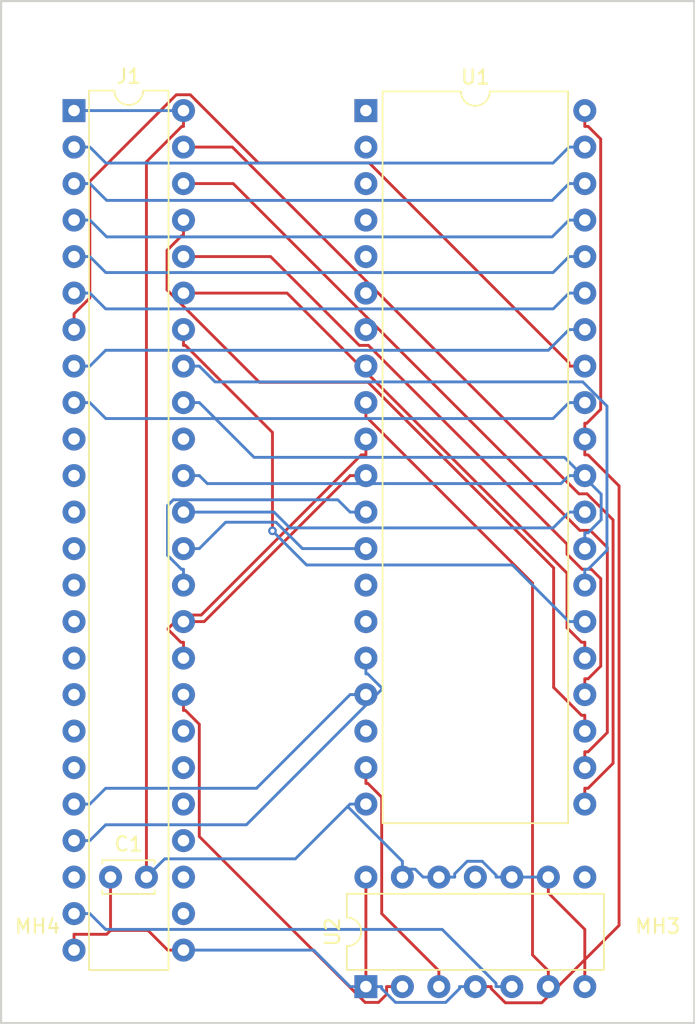
<source format=kicad_pcb>
(kicad_pcb (version 20171130) (host pcbnew 5.1.5+dfsg1-2build2)

  (general
    (thickness 1.6)
    (drawings 4)
    (tracks 256)
    (zones 0)
    (modules 8)
    (nets 62)
  )

  (page A4)
  (layers
    (0 F.Cu signal hide)
    (31 B.Cu signal)
    (32 B.Adhes user)
    (33 F.Adhes user)
    (34 B.Paste user)
    (35 F.Paste user)
    (36 B.SilkS user)
    (37 F.SilkS user)
    (38 B.Mask user)
    (39 F.Mask user)
    (40 Dwgs.User user)
    (41 Cmts.User user)
    (42 Eco1.User user)
    (43 Eco2.User user)
    (44 Edge.Cuts user)
    (45 Margin user)
    (46 B.CrtYd user)
    (47 F.CrtYd user)
    (48 B.Fab user)
    (49 F.Fab user)
  )

  (setup
    (last_trace_width 0.2)
    (user_trace_width 0.2)
    (user_trace_width 0.4)
    (user_trace_width 0.6)
    (user_trace_width 0.8)
    (user_trace_width 1)
    (user_trace_width 1.2)
    (user_trace_width 1.6)
    (user_trace_width 2)
    (trace_clearance 0.2)
    (zone_clearance 0.35)
    (zone_45_only no)
    (trace_min 0.1524)
    (via_size 0.6)
    (via_drill 0.3)
    (via_min_size 0.5)
    (via_min_drill 0.2)
    (user_via 0.9 0.5)
    (user_via 1.2 0.8)
    (user_via 1.4 0.9)
    (user_via 1.5 1)
    (uvia_size 0.3)
    (uvia_drill 0.1)
    (uvias_allowed no)
    (uvia_min_size 0.2)
    (uvia_min_drill 0.1)
    (edge_width 0.15)
    (segment_width 0.2)
    (pcb_text_width 0.3)
    (pcb_text_size 1.5 1.5)
    (mod_edge_width 0.15)
    (mod_text_size 1 1)
    (mod_text_width 0.15)
    (pad_size 3.2 3.2)
    (pad_drill 3.2)
    (pad_to_mask_clearance 0.051)
    (solder_mask_min_width 0.25)
    (aux_axis_origin 101 70)
    (grid_origin 101 70)
    (visible_elements FFFDFF7F)
    (pcbplotparams
      (layerselection 0x010fc_ffffffff)
      (usegerberextensions false)
      (usegerberattributes false)
      (usegerberadvancedattributes false)
      (creategerberjobfile false)
      (excludeedgelayer true)
      (linewidth 0.100000)
      (plotframeref false)
      (viasonmask false)
      (mode 1)
      (useauxorigin false)
      (hpglpennumber 1)
      (hpglpenspeed 20)
      (hpglpendiameter 15.000000)
      (psnegative false)
      (psa4output false)
      (plotreference true)
      (plotvalue true)
      (plotinvisibletext false)
      (padsonsilk false)
      (subtractmaskfromsilk false)
      (outputformat 1)
      (mirror false)
      (drillshape 1)
      (scaleselection 1)
      (outputdirectory ""))
  )

  (net 0 "")
  (net 1 VCC)
  (net 2 GND)
  (net 3 "Net-(J1-Pad30)")
  (net 4 /P26)
  (net 5 "Net-(J1-Pad27)")
  (net 6 /P27)
  (net 7 /P46)
  (net 8 "Net-(J1-Pad26)")
  (net 9 "Net-(J1-Pad19)")
  (net 10 /P25)
  (net 11 /P24)
  (net 12 /P23)
  (net 13 /P22)
  (net 14 /P21)
  (net 15 /P20)
  (net 16 "Net-(J1-Pad10)")
  (net 17 /P17)
  (net 18 /P16)
  (net 19 "Net-(J1-Pad39)")
  (net 20 /P15)
  (net 21 /P40)
  (net 22 /P14)
  (net 23 /P13)
  (net 24 /P42)
  (net 25 /P12)
  (net 26 /P11)
  (net 27 /P44)
  (net 28 /P10)
  (net 29 /P45)
  (net 30 "Net-(U2-Pad11)")
  (net 31 "Net-(U2-Pad8)")
  (net 32 "Net-(U1-Pad3)")
  (net 33 /P50)
  (net 34 /P43)
  (net 35 /P51)
  (net 36 "Net-(U1-Pad2)")
  (net 37 "Net-(U1-Pad1)")
  (net 38 /P41)
  (net 39 "Net-(U1-Pad19)")
  (net 40 "Net-(U1-Pad18)")
  (net 41 "Net-(U1-Pad15)")
  (net 42 "Net-(U1-Pad14)")
  (net 43 "Net-(U1-Pad9)")
  (net 44 "Net-(U1-Pad8)")
  (net 45 "Net-(U1-Pad7)")
  (net 46 "Net-(U1-Pad6)")
  (net 47 "Net-(U1-Pad5)")
  (net 48 "Net-(U1-Pad4)")
  (net 49 /P53)
  (net 50 "Net-(J1-Pad22)")
  (net 51 "Net-(J1-Pad31)")
  (net 52 "Net-(J1-Pad28)")
  (net 53 "Net-(J1-Pad29)")
  (net 54 "Net-(J1-Pad17)")
  (net 55 "Net-(J1-Pad18)")
  (net 56 "Net-(J1-Pad16)")
  (net 57 "Net-(J1-Pad15)")
  (net 58 "Net-(J1-Pad14)")
  (net 59 "Net-(J1-Pad13)")
  (net 60 "Net-(J1-Pad12)")
  (net 61 "Net-(J1-Pad11)")

  (net_class Default "This is the default net class."
    (clearance 0.2)
    (trace_width 0.2)
    (via_dia 0.6)
    (via_drill 0.3)
    (uvia_dia 0.3)
    (uvia_drill 0.1)
    (diff_pair_width 0.2)
    (diff_pair_gap 0.2)
    (add_net /P10)
    (add_net /P11)
    (add_net /P12)
    (add_net /P13)
    (add_net /P14)
    (add_net /P15)
    (add_net /P16)
    (add_net /P17)
    (add_net /P20)
    (add_net /P21)
    (add_net /P22)
    (add_net /P23)
    (add_net /P24)
    (add_net /P25)
    (add_net /P26)
    (add_net /P27)
    (add_net /P40)
    (add_net /P41)
    (add_net /P42)
    (add_net /P43)
    (add_net /P44)
    (add_net /P45)
    (add_net /P46)
    (add_net /P50)
    (add_net /P51)
    (add_net /P53)
    (add_net GND)
    (add_net "Net-(J1-Pad10)")
    (add_net "Net-(J1-Pad11)")
    (add_net "Net-(J1-Pad12)")
    (add_net "Net-(J1-Pad13)")
    (add_net "Net-(J1-Pad14)")
    (add_net "Net-(J1-Pad15)")
    (add_net "Net-(J1-Pad16)")
    (add_net "Net-(J1-Pad17)")
    (add_net "Net-(J1-Pad18)")
    (add_net "Net-(J1-Pad19)")
    (add_net "Net-(J1-Pad22)")
    (add_net "Net-(J1-Pad26)")
    (add_net "Net-(J1-Pad27)")
    (add_net "Net-(J1-Pad28)")
    (add_net "Net-(J1-Pad29)")
    (add_net "Net-(J1-Pad30)")
    (add_net "Net-(J1-Pad31)")
    (add_net "Net-(J1-Pad39)")
    (add_net "Net-(U1-Pad1)")
    (add_net "Net-(U1-Pad14)")
    (add_net "Net-(U1-Pad15)")
    (add_net "Net-(U1-Pad18)")
    (add_net "Net-(U1-Pad19)")
    (add_net "Net-(U1-Pad2)")
    (add_net "Net-(U1-Pad3)")
    (add_net "Net-(U1-Pad4)")
    (add_net "Net-(U1-Pad5)")
    (add_net "Net-(U1-Pad6)")
    (add_net "Net-(U1-Pad7)")
    (add_net "Net-(U1-Pad8)")
    (add_net "Net-(U1-Pad9)")
    (add_net "Net-(U2-Pad11)")
    (add_net "Net-(U2-Pad8)")
    (add_net VCC)
  )

  (module Package_DIP:DIP-14_W7.62mm (layer F.Cu) (tedit 5A02E8C5) (tstamp 61E6DEF4)
    (at 123.86 136.04 90)
    (descr "14-lead though-hole mounted DIP package, row spacing 7.62 mm (300 mils)")
    (tags "THT DIP DIL PDIP 2.54mm 7.62mm 300mil")
    (path /618CEFAB)
    (fp_text reference U2 (at 3.81 -2.33 90) (layer F.SilkS)
      (effects (font (size 1 1) (thickness 0.15)))
    )
    (fp_text value 74HCT126 (at 3.81 17.57 90) (layer F.Fab)
      (effects (font (size 1 1) (thickness 0.15)))
    )
    (fp_text user %R (at 3.81 7.62 90) (layer F.Fab)
      (effects (font (size 1 1) (thickness 0.15)))
    )
    (fp_line (start 8.7 -1.55) (end -1.1 -1.55) (layer F.CrtYd) (width 0.05))
    (fp_line (start 8.7 16.8) (end 8.7 -1.55) (layer F.CrtYd) (width 0.05))
    (fp_line (start -1.1 16.8) (end 8.7 16.8) (layer F.CrtYd) (width 0.05))
    (fp_line (start -1.1 -1.55) (end -1.1 16.8) (layer F.CrtYd) (width 0.05))
    (fp_line (start 6.46 -1.33) (end 4.81 -1.33) (layer F.SilkS) (width 0.12))
    (fp_line (start 6.46 16.57) (end 6.46 -1.33) (layer F.SilkS) (width 0.12))
    (fp_line (start 1.16 16.57) (end 6.46 16.57) (layer F.SilkS) (width 0.12))
    (fp_line (start 1.16 -1.33) (end 1.16 16.57) (layer F.SilkS) (width 0.12))
    (fp_line (start 2.81 -1.33) (end 1.16 -1.33) (layer F.SilkS) (width 0.12))
    (fp_line (start 0.635 -0.27) (end 1.635 -1.27) (layer F.Fab) (width 0.1))
    (fp_line (start 0.635 16.51) (end 0.635 -0.27) (layer F.Fab) (width 0.1))
    (fp_line (start 6.985 16.51) (end 0.635 16.51) (layer F.Fab) (width 0.1))
    (fp_line (start 6.985 -1.27) (end 6.985 16.51) (layer F.Fab) (width 0.1))
    (fp_line (start 1.635 -1.27) (end 6.985 -1.27) (layer F.Fab) (width 0.1))
    (fp_arc (start 3.81 -1.33) (end 2.81 -1.33) (angle -180) (layer F.SilkS) (width 0.12))
    (pad 14 thru_hole oval (at 7.62 0 90) (size 1.6 1.6) (drill 0.8) (layers *.Cu *.Mask)
      (net 1 VCC))
    (pad 7 thru_hole oval (at 0 15.24 90) (size 1.6 1.6) (drill 0.8) (layers *.Cu *.Mask)
      (net 2 GND))
    (pad 13 thru_hole oval (at 7.62 2.54 90) (size 1.6 1.6) (drill 0.8) (layers *.Cu *.Mask)
      (net 2 GND))
    (pad 6 thru_hole oval (at 0 12.7 90) (size 1.6 1.6) (drill 0.8) (layers *.Cu *.Mask)
      (net 43 "Net-(U1-Pad9)"))
    (pad 12 thru_hole oval (at 7.62 5.08 90) (size 1.6 1.6) (drill 0.8) (layers *.Cu *.Mask)
      (net 2 GND))
    (pad 5 thru_hole oval (at 0 10.16 90) (size 1.6 1.6) (drill 0.8) (layers *.Cu *.Mask)
      (net 49 /P53))
    (pad 11 thru_hole oval (at 7.62 7.62 90) (size 1.6 1.6) (drill 0.8) (layers *.Cu *.Mask)
      (net 30 "Net-(U2-Pad11)"))
    (pad 4 thru_hole oval (at 0 7.62 90) (size 1.6 1.6) (drill 0.8) (layers *.Cu *.Mask)
      (net 1 VCC))
    (pad 10 thru_hole oval (at 7.62 10.16 90) (size 1.6 1.6) (drill 0.8) (layers *.Cu *.Mask)
      (net 2 GND))
    (pad 3 thru_hole oval (at 0 5.08 90) (size 1.6 1.6) (drill 0.8) (layers *.Cu *.Mask)
      (net 39 "Net-(U1-Pad19)"))
    (pad 9 thru_hole oval (at 7.62 12.7 90) (size 1.6 1.6) (drill 0.8) (layers *.Cu *.Mask)
      (net 2 GND))
    (pad 2 thru_hole oval (at 0 2.54 90) (size 1.6 1.6) (drill 0.8) (layers *.Cu *.Mask)
      (net 7 /P46))
    (pad 8 thru_hole oval (at 7.62 15.24 90) (size 1.6 1.6) (drill 0.8) (layers *.Cu *.Mask)
      (net 31 "Net-(U2-Pad8)"))
    (pad 1 thru_hole rect (at 0 0 90) (size 1.6 1.6) (drill 0.8) (layers *.Cu *.Mask)
      (net 1 VCC))
    (model ${KISYS3DMOD}/Package_DIP.3dshapes/DIP-14_W7.62mm.wrl
      (at (xyz 0 0 0))
      (scale (xyz 1 1 1))
      (rotate (xyz 0 0 0))
    )
  )

  (module Package_DIP:DIP-40_W15.24mm (layer F.Cu) (tedit 5A02E8C5) (tstamp 61E6DED2)
    (at 123.86 75.08)
    (descr "40-lead though-hole mounted DIP package, row spacing 15.24 mm (600 mils)")
    (tags "THT DIP DIL PDIP 2.54mm 15.24mm 600mil")
    (path /626C8315)
    (fp_text reference U1 (at 7.62 -2.33) (layer F.SilkS)
      (effects (font (size 1 1) (thickness 0.15)))
    )
    (fp_text value P80C32 (at 7.62 50.59) (layer F.Fab)
      (effects (font (size 1 1) (thickness 0.15)))
    )
    (fp_text user %R (at 7.62 24.13) (layer F.Fab)
      (effects (font (size 1 1) (thickness 0.15)))
    )
    (fp_line (start 16.3 -1.55) (end -1.05 -1.55) (layer F.CrtYd) (width 0.05))
    (fp_line (start 16.3 49.8) (end 16.3 -1.55) (layer F.CrtYd) (width 0.05))
    (fp_line (start -1.05 49.8) (end 16.3 49.8) (layer F.CrtYd) (width 0.05))
    (fp_line (start -1.05 -1.55) (end -1.05 49.8) (layer F.CrtYd) (width 0.05))
    (fp_line (start 14.08 -1.33) (end 8.62 -1.33) (layer F.SilkS) (width 0.12))
    (fp_line (start 14.08 49.59) (end 14.08 -1.33) (layer F.SilkS) (width 0.12))
    (fp_line (start 1.16 49.59) (end 14.08 49.59) (layer F.SilkS) (width 0.12))
    (fp_line (start 1.16 -1.33) (end 1.16 49.59) (layer F.SilkS) (width 0.12))
    (fp_line (start 6.62 -1.33) (end 1.16 -1.33) (layer F.SilkS) (width 0.12))
    (fp_line (start 0.255 -0.27) (end 1.255 -1.27) (layer F.Fab) (width 0.1))
    (fp_line (start 0.255 49.53) (end 0.255 -0.27) (layer F.Fab) (width 0.1))
    (fp_line (start 14.985 49.53) (end 0.255 49.53) (layer F.Fab) (width 0.1))
    (fp_line (start 14.985 -1.27) (end 14.985 49.53) (layer F.Fab) (width 0.1))
    (fp_line (start 1.255 -1.27) (end 14.985 -1.27) (layer F.Fab) (width 0.1))
    (fp_arc (start 7.62 -1.33) (end 6.62 -1.33) (angle -180) (layer F.SilkS) (width 0.12))
    (pad 40 thru_hole oval (at 15.24 0) (size 1.6 1.6) (drill 0.8) (layers *.Cu *.Mask)
      (net 1 VCC))
    (pad 20 thru_hole oval (at 0 48.26) (size 1.6 1.6) (drill 0.8) (layers *.Cu *.Mask)
      (net 2 GND))
    (pad 39 thru_hole oval (at 15.24 2.54) (size 1.6 1.6) (drill 0.8) (layers *.Cu *.Mask)
      (net 28 /P10))
    (pad 19 thru_hole oval (at 0 45.72) (size 1.6 1.6) (drill 0.8) (layers *.Cu *.Mask)
      (net 39 "Net-(U1-Pad19)"))
    (pad 38 thru_hole oval (at 15.24 5.08) (size 1.6 1.6) (drill 0.8) (layers *.Cu *.Mask)
      (net 26 /P11))
    (pad 18 thru_hole oval (at 0 43.18) (size 1.6 1.6) (drill 0.8) (layers *.Cu *.Mask)
      (net 40 "Net-(U1-Pad18)"))
    (pad 37 thru_hole oval (at 15.24 7.62) (size 1.6 1.6) (drill 0.8) (layers *.Cu *.Mask)
      (net 25 /P12))
    (pad 17 thru_hole oval (at 0 40.64) (size 1.6 1.6) (drill 0.8) (layers *.Cu *.Mask)
      (net 33 /P50))
    (pad 36 thru_hole oval (at 15.24 10.16) (size 1.6 1.6) (drill 0.8) (layers *.Cu *.Mask)
      (net 23 /P13))
    (pad 16 thru_hole oval (at 0 38.1) (size 1.6 1.6) (drill 0.8) (layers *.Cu *.Mask)
      (net 35 /P51))
    (pad 35 thru_hole oval (at 15.24 12.7) (size 1.6 1.6) (drill 0.8) (layers *.Cu *.Mask)
      (net 22 /P14))
    (pad 15 thru_hole oval (at 0 35.56) (size 1.6 1.6) (drill 0.8) (layers *.Cu *.Mask)
      (net 41 "Net-(U1-Pad15)"))
    (pad 34 thru_hole oval (at 15.24 15.24) (size 1.6 1.6) (drill 0.8) (layers *.Cu *.Mask)
      (net 18 /P16))
    (pad 14 thru_hole oval (at 0 33.02) (size 1.6 1.6) (drill 0.8) (layers *.Cu *.Mask)
      (net 42 "Net-(U1-Pad14)"))
    (pad 33 thru_hole oval (at 15.24 17.78) (size 1.6 1.6) (drill 0.8) (layers *.Cu *.Mask)
      (net 20 /P15))
    (pad 13 thru_hole oval (at 0 30.48) (size 1.6 1.6) (drill 0.8) (layers *.Cu *.Mask)
      (net 24 /P42))
    (pad 32 thru_hole oval (at 15.24 20.32) (size 1.6 1.6) (drill 0.8) (layers *.Cu *.Mask)
      (net 17 /P17))
    (pad 12 thru_hole oval (at 0 27.94) (size 1.6 1.6) (drill 0.8) (layers *.Cu *.Mask)
      (net 34 /P43))
    (pad 31 thru_hole oval (at 15.24 22.86) (size 1.6 1.6) (drill 0.8) (layers *.Cu *.Mask)
      (net 1 VCC))
    (pad 11 thru_hole oval (at 0 25.4) (size 1.6 1.6) (drill 0.8) (layers *.Cu *.Mask)
      (net 27 /P44))
    (pad 30 thru_hole oval (at 15.24 25.4) (size 1.6 1.6) (drill 0.8) (layers *.Cu *.Mask)
      (net 21 /P40))
    (pad 10 thru_hole oval (at 0 22.86) (size 1.6 1.6) (drill 0.8) (layers *.Cu *.Mask)
      (net 29 /P45))
    (pad 29 thru_hole oval (at 15.24 27.94) (size 1.6 1.6) (drill 0.8) (layers *.Cu *.Mask)
      (net 38 /P41))
    (pad 9 thru_hole oval (at 0 20.32) (size 1.6 1.6) (drill 0.8) (layers *.Cu *.Mask)
      (net 43 "Net-(U1-Pad9)"))
    (pad 28 thru_hole oval (at 15.24 30.48) (size 1.6 1.6) (drill 0.8) (layers *.Cu *.Mask)
      (net 6 /P27))
    (pad 8 thru_hole oval (at 0 17.78) (size 1.6 1.6) (drill 0.8) (layers *.Cu *.Mask)
      (net 44 "Net-(U1-Pad8)"))
    (pad 27 thru_hole oval (at 15.24 33.02) (size 1.6 1.6) (drill 0.8) (layers *.Cu *.Mask)
      (net 4 /P26))
    (pad 7 thru_hole oval (at 0 15.24) (size 1.6 1.6) (drill 0.8) (layers *.Cu *.Mask)
      (net 45 "Net-(U1-Pad7)"))
    (pad 26 thru_hole oval (at 15.24 35.56) (size 1.6 1.6) (drill 0.8) (layers *.Cu *.Mask)
      (net 10 /P25))
    (pad 6 thru_hole oval (at 0 12.7) (size 1.6 1.6) (drill 0.8) (layers *.Cu *.Mask)
      (net 46 "Net-(U1-Pad6)"))
    (pad 25 thru_hole oval (at 15.24 38.1) (size 1.6 1.6) (drill 0.8) (layers *.Cu *.Mask)
      (net 11 /P24))
    (pad 5 thru_hole oval (at 0 10.16) (size 1.6 1.6) (drill 0.8) (layers *.Cu *.Mask)
      (net 47 "Net-(U1-Pad5)"))
    (pad 24 thru_hole oval (at 15.24 40.64) (size 1.6 1.6) (drill 0.8) (layers *.Cu *.Mask)
      (net 12 /P23))
    (pad 4 thru_hole oval (at 0 7.62) (size 1.6 1.6) (drill 0.8) (layers *.Cu *.Mask)
      (net 48 "Net-(U1-Pad4)"))
    (pad 23 thru_hole oval (at 15.24 43.18) (size 1.6 1.6) (drill 0.8) (layers *.Cu *.Mask)
      (net 13 /P22))
    (pad 3 thru_hole oval (at 0 5.08) (size 1.6 1.6) (drill 0.8) (layers *.Cu *.Mask)
      (net 32 "Net-(U1-Pad3)"))
    (pad 22 thru_hole oval (at 15.24 45.72) (size 1.6 1.6) (drill 0.8) (layers *.Cu *.Mask)
      (net 14 /P21))
    (pad 2 thru_hole oval (at 0 2.54) (size 1.6 1.6) (drill 0.8) (layers *.Cu *.Mask)
      (net 36 "Net-(U1-Pad2)"))
    (pad 21 thru_hole oval (at 15.24 48.26) (size 1.6 1.6) (drill 0.8) (layers *.Cu *.Mask)
      (net 15 /P20))
    (pad 1 thru_hole rect (at 0 0) (size 1.6 1.6) (drill 0.8) (layers *.Cu *.Mask)
      (net 37 "Net-(U1-Pad1)"))
    (model ${KISYS3DMOD}/Package_DIP.3dshapes/DIP-40_W15.24mm.wrl
      (at (xyz 0 0 0))
      (scale (xyz 1 1 1))
      (rotate (xyz 0 0 0))
    )
  )

  (module 0-LocalLibrary:DIP-48_W7.62mm (layer F.Cu) (tedit 6198C9C5) (tstamp 61E6DE96)
    (at 103.54 75.08)
    (descr "48-lead dip package, row spacing 7.62 mm (300 mils)")
    (tags "DIL DIP PDIP 2.54mm 7.62mm 300mill")
    (path /626C97CB)
    (fp_text reference J1 (at 3.81 -2.39) (layer F.SilkS)
      (effects (font (size 1 1) (thickness 0.15)))
    )
    (fp_text value BionicConnector (at 5.08 60.96) (layer F.Fab)
      (effects (font (size 1 1) (thickness 0.15)))
    )
    (fp_line (start 8.68 60.02) (end 8.68 18.72) (layer F.CrtYd) (width 0.05))
    (fp_line (start 7.365 59.69) (end 0.255 59.69) (layer F.Fab) (width 0.1))
    (fp_line (start 0.255 59.69) (end 0.255 20.05) (layer F.Fab) (width 0.1))
    (fp_line (start -1.1 60.02) (end 8.68 60.02) (layer F.CrtYd) (width 0.05))
    (fp_line (start -1.1 18.72) (end -1.1 60.02) (layer F.CrtYd) (width 0.05))
    (fp_line (start 6.58 59.81) (end 6.58 18.93) (layer F.SilkS) (width 0.12))
    (fp_line (start 1.04 59.81) (end 6.58 59.81) (layer F.SilkS) (width 0.12))
    (fp_line (start 1.04 18.93) (end 1.04 59.81) (layer F.SilkS) (width 0.12))
    (fp_line (start 7.365 19.05) (end 7.365 59.69) (layer F.Fab) (width 0.1))
    (fp_arc (start 3.81 -1.39) (end 2.81 -1.39) (angle -180) (layer F.SilkS) (width 0.12))
    (fp_line (start 8.68 -1.6) (end -1.1 -1.6) (layer F.CrtYd) (width 0.05))
    (fp_line (start 8.68 39.7) (end 8.68 -1.6) (layer F.CrtYd) (width 0.05))
    (fp_line (start -1.1 -1.6) (end -1.1 39.7) (layer F.CrtYd) (width 0.05))
    (fp_line (start 6.58 -1.39) (end 4.81 -1.39) (layer F.SilkS) (width 0.12))
    (fp_line (start 6.58 39.49) (end 6.58 -1.39) (layer F.SilkS) (width 0.12))
    (fp_line (start 1.04 -1.39) (end 1.04 39.49) (layer F.SilkS) (width 0.12))
    (fp_line (start 2.81 -1.39) (end 1.04 -1.39) (layer F.SilkS) (width 0.12))
    (fp_line (start 0.255 -0.27) (end 1.255 -1.27) (layer F.Fab) (width 0.1))
    (fp_line (start 0.255 39.37) (end 0.255 -0.27) (layer F.Fab) (width 0.1))
    (fp_line (start 7.365 -1.27) (end 7.365 39.37) (layer F.Fab) (width 0.1))
    (fp_line (start 1.255 -1.27) (end 7.365 -1.27) (layer F.Fab) (width 0.1))
    (fp_text user %R (at 3.81 19.05) (layer F.Fab)
      (effects (font (size 1 1) (thickness 0.15)))
    )
    (pad 20 thru_hole oval (at 0 48.26) (size 1.6 1.6) (drill 0.8) (layers *.Cu *.Mask)
      (net 33 /P50))
    (pad 24 thru_hole oval (at 0 58.42) (size 1.6 1.6) (drill 0.8) (layers *.Cu *.Mask)
      (net 1 VCC))
    (pad 25 thru_hole oval (at 7.62 58.42) (size 1.6 1.6) (drill 0.8) (layers *.Cu *.Mask)
      (net 1 VCC))
    (pad 23 thru_hole oval (at 0 55.88) (size 1.6 1.6) (drill 0.8) (layers *.Cu *.Mask)
      (net 49 /P53))
    (pad 30 thru_hole oval (at 7.62 45.72) (size 1.6 1.6) (drill 0.8) (layers *.Cu *.Mask)
      (net 3 "Net-(J1-Pad30)"))
    (pad 21 thru_hole oval (at 0 50.8) (size 1.6 1.6) (drill 0.8) (layers *.Cu *.Mask)
      (net 35 /P51))
    (pad 17 thru_hole oval (at 0 40.64) (size 1.6 1.6) (drill 0.8) (layers *.Cu *.Mask)
      (net 54 "Net-(J1-Pad17)"))
    (pad 22 thru_hole oval (at 0 53.34) (size 1.6 1.6) (drill 0.8) (layers *.Cu *.Mask)
      (net 50 "Net-(J1-Pad22)"))
    (pad 27 thru_hole oval (at 7.62 53.34) (size 1.6 1.6) (drill 0.8) (layers *.Cu *.Mask)
      (net 5 "Net-(J1-Pad27)"))
    (pad 18 thru_hole oval (at 0 43.18) (size 1.6 1.6) (drill 0.8) (layers *.Cu *.Mask)
      (net 55 "Net-(J1-Pad18)"))
    (pad 31 thru_hole oval (at 7.62 43.18) (size 1.6 1.6) (drill 0.8) (layers *.Cu *.Mask)
      (net 51 "Net-(J1-Pad31)"))
    (pad 28 thru_hole oval (at 7.62 50.8) (size 1.6 1.6) (drill 0.8) (layers *.Cu *.Mask)
      (net 52 "Net-(J1-Pad28)"))
    (pad 29 thru_hole oval (at 7.62 48.26) (size 1.6 1.6) (drill 0.8) (layers *.Cu *.Mask)
      (net 53 "Net-(J1-Pad29)"))
    (pad 32 thru_hole oval (at 7.62 40.64) (size 1.6 1.6) (drill 0.8) (layers *.Cu *.Mask)
      (net 7 /P46))
    (pad 26 thru_hole oval (at 7.62 55.88) (size 1.6 1.6) (drill 0.8) (layers *.Cu *.Mask)
      (net 8 "Net-(J1-Pad26)"))
    (pad 19 thru_hole oval (at 0 45.72) (size 1.6 1.6) (drill 0.8) (layers *.Cu *.Mask)
      (net 9 "Net-(J1-Pad19)"))
    (pad 48 thru_hole oval (at 7.62 0) (size 1.6 1.6) (drill 0.8) (layers *.Cu *.Mask)
      (net 2 GND))
    (pad 16 thru_hole oval (at 0 38.1) (size 1.6 1.6) (drill 0.8) (layers *.Cu *.Mask)
      (net 56 "Net-(J1-Pad16)"))
    (pad 47 thru_hole oval (at 7.62 2.54) (size 1.6 1.6) (drill 0.8) (layers *.Cu *.Mask)
      (net 15 /P20))
    (pad 15 thru_hole oval (at 0 35.56) (size 1.6 1.6) (drill 0.8) (layers *.Cu *.Mask)
      (net 57 "Net-(J1-Pad15)"))
    (pad 46 thru_hole oval (at 7.62 5.08) (size 1.6 1.6) (drill 0.8) (layers *.Cu *.Mask)
      (net 14 /P21))
    (pad 14 thru_hole oval (at 0 33.02) (size 1.6 1.6) (drill 0.8) (layers *.Cu *.Mask)
      (net 58 "Net-(J1-Pad14)"))
    (pad 45 thru_hole oval (at 7.62 7.62) (size 1.6 1.6) (drill 0.8) (layers *.Cu *.Mask)
      (net 13 /P22))
    (pad 13 thru_hole oval (at 0 30.48) (size 1.6 1.6) (drill 0.8) (layers *.Cu *.Mask)
      (net 59 "Net-(J1-Pad13)"))
    (pad 44 thru_hole oval (at 7.62 10.16) (size 1.6 1.6) (drill 0.8) (layers *.Cu *.Mask)
      (net 12 /P23))
    (pad 12 thru_hole oval (at 0 27.94) (size 1.6 1.6) (drill 0.8) (layers *.Cu *.Mask)
      (net 60 "Net-(J1-Pad12)"))
    (pad 43 thru_hole oval (at 7.62 12.7) (size 1.6 1.6) (drill 0.8) (layers *.Cu *.Mask)
      (net 11 /P24))
    (pad 11 thru_hole oval (at 0 25.4) (size 1.6 1.6) (drill 0.8) (layers *.Cu *.Mask)
      (net 61 "Net-(J1-Pad11)"))
    (pad 42 thru_hole oval (at 7.62 15.24) (size 1.6 1.6) (drill 0.8) (layers *.Cu *.Mask)
      (net 10 /P25))
    (pad 10 thru_hole oval (at 0 22.86) (size 1.6 1.6) (drill 0.8) (layers *.Cu *.Mask)
      (net 16 "Net-(J1-Pad10)"))
    (pad 41 thru_hole oval (at 7.62 17.78) (size 1.6 1.6) (drill 0.8) (layers *.Cu *.Mask)
      (net 4 /P26))
    (pad 9 thru_hole oval (at 0 20.32) (size 1.6 1.6) (drill 0.8) (layers *.Cu *.Mask)
      (net 17 /P17))
    (pad 40 thru_hole oval (at 7.62 20.32) (size 1.6 1.6) (drill 0.8) (layers *.Cu *.Mask)
      (net 6 /P27))
    (pad 8 thru_hole oval (at 0 17.78) (size 1.6 1.6) (drill 0.8) (layers *.Cu *.Mask)
      (net 18 /P16))
    (pad 39 thru_hole oval (at 7.62 22.86) (size 1.6 1.6) (drill 0.8) (layers *.Cu *.Mask)
      (net 19 "Net-(J1-Pad39)"))
    (pad 7 thru_hole oval (at 0 15.24) (size 1.6 1.6) (drill 0.8) (layers *.Cu *.Mask)
      (net 20 /P15))
    (pad 38 thru_hole oval (at 7.62 25.4) (size 1.6 1.6) (drill 0.8) (layers *.Cu *.Mask)
      (net 21 /P40))
    (pad 6 thru_hole oval (at 0 12.7) (size 1.6 1.6) (drill 0.8) (layers *.Cu *.Mask)
      (net 22 /P14))
    (pad 37 thru_hole oval (at 7.62 27.94) (size 1.6 1.6) (drill 0.8) (layers *.Cu *.Mask)
      (net 38 /P41))
    (pad 5 thru_hole oval (at 0 10.16) (size 1.6 1.6) (drill 0.8) (layers *.Cu *.Mask)
      (net 23 /P13))
    (pad 36 thru_hole oval (at 7.62 30.48) (size 1.6 1.6) (drill 0.8) (layers *.Cu *.Mask)
      (net 24 /P42))
    (pad 4 thru_hole oval (at 0 7.62) (size 1.6 1.6) (drill 0.8) (layers *.Cu *.Mask)
      (net 25 /P12))
    (pad 35 thru_hole oval (at 7.62 33.02) (size 1.6 1.6) (drill 0.8) (layers *.Cu *.Mask)
      (net 34 /P43))
    (pad 3 thru_hole oval (at 0 5.08) (size 1.6 1.6) (drill 0.8) (layers *.Cu *.Mask)
      (net 26 /P11))
    (pad 34 thru_hole oval (at 7.62 35.56) (size 1.6 1.6) (drill 0.8) (layers *.Cu *.Mask)
      (net 27 /P44))
    (pad 2 thru_hole oval (at 0 2.54) (size 1.6 1.6) (drill 0.8) (layers *.Cu *.Mask)
      (net 28 /P10))
    (pad 33 thru_hole oval (at 7.62 38.1) (size 1.6 1.6) (drill 0.8) (layers *.Cu *.Mask)
      (net 29 /P45))
    (pad 1 thru_hole rect (at 0 0) (size 1.6 1.6) (drill 0.8) (layers *.Cu *.Mask)
      (net 2 GND))
    (model ${KISYS3DMOD}/Package_DIP.3dshapes/DIP-32_W7.62mm.wrl
      (at (xyz 0 0 0))
      (scale (xyz 1 1 1))
      (rotate (xyz 0 0 0))
    )
  )

  (module Capacitor_THT:C_Disc_D3.4mm_W2.1mm_P2.50mm (layer F.Cu) (tedit 5AE50EF0) (tstamp 61E6E235)
    (at 106.08 128.42)
    (descr "C, Disc series, Radial, pin pitch=2.50mm, , diameter*width=3.4*2.1mm^2, Capacitor, http://www.vishay.com/docs/45233/krseries.pdf")
    (tags "C Disc series Radial pin pitch 2.50mm  diameter 3.4mm width 2.1mm Capacitor")
    (path /5D0E12B4)
    (fp_text reference C1 (at 1.25 -2.3) (layer F.SilkS)
      (effects (font (size 1 1) (thickness 0.15)))
    )
    (fp_text value 0.1u (at 1.25 2.3) (layer F.Fab)
      (effects (font (size 1 1) (thickness 0.15)))
    )
    (fp_text user %R (at 1.25 0) (layer F.Fab)
      (effects (font (size 0.68 0.68) (thickness 0.102)))
    )
    (fp_line (start 3.55 -1.3) (end -1.05 -1.3) (layer F.CrtYd) (width 0.05))
    (fp_line (start 3.55 1.3) (end 3.55 -1.3) (layer F.CrtYd) (width 0.05))
    (fp_line (start -1.05 1.3) (end 3.55 1.3) (layer F.CrtYd) (width 0.05))
    (fp_line (start -1.05 -1.3) (end -1.05 1.3) (layer F.CrtYd) (width 0.05))
    (fp_line (start 3.07 0.925) (end 3.07 1.17) (layer F.SilkS) (width 0.12))
    (fp_line (start 3.07 -1.17) (end 3.07 -0.925) (layer F.SilkS) (width 0.12))
    (fp_line (start -0.57 0.925) (end -0.57 1.17) (layer F.SilkS) (width 0.12))
    (fp_line (start -0.57 -1.17) (end -0.57 -0.925) (layer F.SilkS) (width 0.12))
    (fp_line (start -0.57 1.17) (end 3.07 1.17) (layer F.SilkS) (width 0.12))
    (fp_line (start -0.57 -1.17) (end 3.07 -1.17) (layer F.SilkS) (width 0.12))
    (fp_line (start 2.95 -1.05) (end -0.45 -1.05) (layer F.Fab) (width 0.1))
    (fp_line (start 2.95 1.05) (end 2.95 -1.05) (layer F.Fab) (width 0.1))
    (fp_line (start -0.45 1.05) (end 2.95 1.05) (layer F.Fab) (width 0.1))
    (fp_line (start -0.45 -1.05) (end -0.45 1.05) (layer F.Fab) (width 0.1))
    (pad 2 thru_hole circle (at 2.5 0) (size 1.6 1.6) (drill 0.8) (layers *.Cu *.Mask)
      (net 2 GND))
    (pad 1 thru_hole circle (at 0 0) (size 1.6 1.6) (drill 0.8) (layers *.Cu *.Mask)
      (net 1 VCC))
    (model ${KISYS3DMOD}/Capacitor_THT.3dshapes/C_Disc_D3.4mm_W2.1mm_P2.50mm.wrl
      (at (xyz 0 0 0))
      (scale (xyz 1 1 1))
      (rotate (xyz 0 0 0))
    )
  )

  (module MountingHole:MountingHole_3.2mm_M3 (layer F.Cu) (tedit 56D1B4CB) (tstamp 618AA90D)
    (at 101 136.04)
    (descr "Mounting Hole 3.2mm, no annular, M3")
    (tags "mounting hole 3.2mm no annular m3")
    (attr virtual)
    (fp_text reference MH4 (at 0 -4.2) (layer F.SilkS)
      (effects (font (size 1 1) (thickness 0.15)))
    )
    (fp_text value MountingHole_3.2mm_M3 (at 0 4.2) (layer F.Fab)
      (effects (font (size 1 1) (thickness 0.15)))
    )
    (fp_circle (center 0 0) (end 3.45 0) (layer F.CrtYd) (width 0.05))
    (fp_circle (center 0 0) (end 3.2 0) (layer Cmts.User) (width 0.15))
    (fp_text user %R (at 0.3 0) (layer F.Fab)
      (effects (font (size 1 1) (thickness 0.15)))
    )
    (pad 1 np_thru_hole circle (at 0 0) (size 3.2 3.2) (drill 3.2) (layers *.Cu *.Mask))
  )

  (module MountingHole:MountingHole_3.2mm_M3 (layer F.Cu) (tedit 56D1B4CB) (tstamp 618AA8EF)
    (at 144.18 136.04)
    (descr "Mounting Hole 3.2mm, no annular, M3")
    (tags "mounting hole 3.2mm no annular m3")
    (attr virtual)
    (fp_text reference MH3 (at 0 -4.2) (layer F.SilkS)
      (effects (font (size 1 1) (thickness 0.15)))
    )
    (fp_text value MountingHole_3.2mm_M3 (at 0 4.2) (layer F.Fab)
      (effects (font (size 1 1) (thickness 0.15)))
    )
    (fp_circle (center 0 0) (end 3.45 0) (layer F.CrtYd) (width 0.05))
    (fp_circle (center 0 0) (end 3.2 0) (layer Cmts.User) (width 0.15))
    (fp_text user %R (at 0.3 0) (layer F.Fab)
      (effects (font (size 1 1) (thickness 0.15)))
    )
    (pad 1 np_thru_hole circle (at 0 0) (size 3.2 3.2) (drill 3.2) (layers *.Cu *.Mask))
  )

  (module MountingHole:MountingHole_3.2mm_M3 (layer F.Cu) (tedit 56D1B4CB) (tstamp 618AA8C0)
    (at 144.18 70)
    (descr "Mounting Hole 3.2mm, no annular, M3")
    (tags "mounting hole 3.2mm no annular m3")
    (attr virtual)
    (fp_text reference MH2 (at 0 -4.2) (layer F.SilkS)
      (effects (font (size 1 1) (thickness 0.15)))
    )
    (fp_text value MountingHole_3.2mm_M3 (at 0 4.2) (layer F.Fab)
      (effects (font (size 1 1) (thickness 0.15)))
    )
    (fp_circle (center 0 0) (end 3.45 0) (layer F.CrtYd) (width 0.05))
    (fp_circle (center 0 0) (end 3.2 0) (layer Cmts.User) (width 0.15))
    (fp_text user %R (at 0.3 0) (layer F.Fab)
      (effects (font (size 1 1) (thickness 0.15)))
    )
    (pad 1 np_thru_hole circle (at 0 0) (size 3.2 3.2) (drill 3.2) (layers *.Cu *.Mask))
  )

  (module MountingHole:MountingHole_3.2mm_M3 (layer F.Cu) (tedit 618A6455) (tstamp 618AA897)
    (at 101 70)
    (descr "Mounting Hole 3.2mm, no annular, M3")
    (tags "mounting hole 3.2mm no annular m3")
    (attr virtual)
    (fp_text reference MH1 (at 0 -4.2) (layer F.SilkS)
      (effects (font (size 1 1) (thickness 0.15)))
    )
    (fp_text value MountingHole_3.2mm_M3 (at 0 4.2) (layer F.Fab)
      (effects (font (size 1 1) (thickness 0.15)))
    )
    (fp_circle (center 0 0) (end 3.45 0) (layer F.CrtYd) (width 0.05))
    (fp_circle (center 0 0) (end 3.2 0) (layer Cmts.User) (width 0.15))
    (fp_text user %R (at 0.3 0) (layer F.Fab)
      (effects (font (size 1 1) (thickness 0.15)))
    )
    (pad "" np_thru_hole circle (at 0 0) (size 3.2 3.2) (drill 3.2) (layers *.Cu *.Mask))
  )

  (gr_line (start 98.46 138.58) (end 98.46 67.46) (layer Edge.Cuts) (width 0.15) (tstamp 618AA84D))
  (gr_line (start 146.72 138.58) (end 98.46 138.58) (layer Edge.Cuts) (width 0.15))
  (gr_line (start 146.72 67.46) (end 146.72 138.58) (layer Edge.Cuts) (width 0.15))
  (gr_line (start 98.46 67.46) (end 146.72 67.46) (layer Edge.Cuts) (width 0.15))

  (segment (start 139.1 97.94) (end 139.1 99.0403) (width 0.2) (layer F.Cu) (net 1))
  (segment (start 131.48 136.04) (end 132.5803 136.04) (width 0.2) (layer F.Cu) (net 1))
  (segment (start 132.5803 136.04) (end 132.5803 136.1775) (width 0.2) (layer F.Cu) (net 1))
  (segment (start 132.5803 136.1775) (end 133.5693 137.1665) (width 0.2) (layer F.Cu) (net 1))
  (segment (start 133.5693 137.1665) (end 136.1011 137.1665) (width 0.2) (layer F.Cu) (net 1))
  (segment (start 136.1011 137.1665) (end 141.4856 131.782) (width 0.2) (layer F.Cu) (net 1))
  (segment (start 141.4856 131.782) (end 141.4856 101.1979) (width 0.2) (layer F.Cu) (net 1))
  (segment (start 141.4856 101.1979) (end 139.328 99.0403) (width 0.2) (layer F.Cu) (net 1))
  (segment (start 139.328 99.0403) (end 139.1 99.0403) (width 0.2) (layer F.Cu) (net 1))
  (segment (start 106.08 132.1299) (end 108.6896 132.1299) (width 0.2) (layer F.Cu) (net 1))
  (segment (start 108.6896 132.1299) (end 110.0597 133.5) (width 0.2) (layer F.Cu) (net 1))
  (segment (start 103.54 132.3997) (end 105.8102 132.3997) (width 0.2) (layer F.Cu) (net 1))
  (segment (start 105.8102 132.3997) (end 106.08 132.1299) (width 0.2) (layer F.Cu) (net 1))
  (segment (start 106.08 128.42) (end 106.08 132.1299) (width 0.2) (layer F.Cu) (net 1))
  (segment (start 111.16 133.5) (end 110.0597 133.5) (width 0.2) (layer F.Cu) (net 1))
  (segment (start 123.86 136.04) (end 124.9603 136.04) (width 0.2) (layer B.Cu) (net 1))
  (segment (start 131.48 136.04) (end 130.3797 136.04) (width 0.2) (layer B.Cu) (net 1))
  (segment (start 130.3797 136.04) (end 130.3797 136.1812) (width 0.2) (layer B.Cu) (net 1))
  (segment (start 130.3797 136.1812) (end 129.4206 137.1403) (width 0.2) (layer B.Cu) (net 1))
  (segment (start 129.4206 137.1403) (end 125.9229 137.1403) (width 0.2) (layer B.Cu) (net 1))
  (segment (start 125.9229 137.1403) (end 124.9603 136.1777) (width 0.2) (layer B.Cu) (net 1))
  (segment (start 124.9603 136.1777) (end 124.9603 136.04) (width 0.2) (layer B.Cu) (net 1))
  (segment (start 123.86 136.04) (end 123.86 128.42) (width 0.2) (layer F.Cu) (net 1))
  (segment (start 139.1 97.3898) (end 139.1 96.8397) (width 0.2) (layer F.Cu) (net 1))
  (segment (start 139.1 97.94) (end 139.1 97.6955) (width 0.2) (layer F.Cu) (net 1))
  (segment (start 139.1 97.3898) (end 139.1 97.6955) (width 0.2) (layer F.Cu) (net 1))
  (segment (start 139.1 75.08) (end 139.1 76.1803) (width 0.2) (layer F.Cu) (net 1))
  (segment (start 139.1 96.8397) (end 139.2375 96.8397) (width 0.2) (layer F.Cu) (net 1))
  (segment (start 139.2375 96.8397) (end 140.2052 95.872) (width 0.2) (layer F.Cu) (net 1))
  (segment (start 140.2052 95.872) (end 140.2052 77.0575) (width 0.2) (layer F.Cu) (net 1))
  (segment (start 140.2052 77.0575) (end 139.328 76.1803) (width 0.2) (layer F.Cu) (net 1))
  (segment (start 139.328 76.1803) (end 139.1 76.1803) (width 0.2) (layer F.Cu) (net 1))
  (segment (start 123.86 136.04) (end 122.7597 136.04) (width 0.2) (layer B.Cu) (net 1))
  (segment (start 111.16 133.5) (end 120.2197 133.5) (width 0.2) (layer B.Cu) (net 1))
  (segment (start 120.2197 133.5) (end 122.7597 136.04) (width 0.2) (layer B.Cu) (net 1))
  (segment (start 103.54 133.5) (end 103.54 132.3997) (width 0.2) (layer F.Cu) (net 1))
  (segment (start 111.16 75.08) (end 103.54 75.08) (width 0.2) (layer B.Cu) (net 2))
  (segment (start 108.58 128.42) (end 108.58 78.6463) (width 0.2) (layer F.Cu) (net 2))
  (segment (start 108.58 78.6463) (end 111.046 76.1803) (width 0.2) (layer F.Cu) (net 2))
  (segment (start 111.046 76.1803) (end 111.16 76.1803) (width 0.2) (layer F.Cu) (net 2))
  (segment (start 111.16 75.08) (end 111.16 76.1803) (width 0.2) (layer F.Cu) (net 2))
  (segment (start 128.94 128.42) (end 127.8397 128.42) (width 0.2) (layer B.Cu) (net 2))
  (segment (start 126.4 127.8698) (end 127.2895 127.8698) (width 0.2) (layer B.Cu) (net 2))
  (segment (start 127.2895 127.8698) (end 127.8397 128.42) (width 0.2) (layer B.Cu) (net 2))
  (segment (start 126.4 127.8698) (end 126.4 127.3197) (width 0.2) (layer B.Cu) (net 2))
  (segment (start 126.4 128.42) (end 126.4 127.8698) (width 0.2) (layer B.Cu) (net 2))
  (segment (start 136.56 128.42) (end 136.56 129.5203) (width 0.2) (layer F.Cu) (net 2))
  (segment (start 136.56 129.5203) (end 139.1 132.0603) (width 0.2) (layer F.Cu) (net 2))
  (segment (start 139.1 132.0603) (end 139.1 136.04) (width 0.2) (layer F.Cu) (net 2))
  (segment (start 129.4902 128.42) (end 128.94 128.42) (width 0.2) (layer B.Cu) (net 2))
  (segment (start 129.4902 128.42) (end 130.0403 128.42) (width 0.2) (layer B.Cu) (net 2))
  (segment (start 134.02 128.42) (end 132.9197 128.42) (width 0.2) (layer B.Cu) (net 2))
  (segment (start 132.9197 128.42) (end 132.9197 128.2825) (width 0.2) (layer B.Cu) (net 2))
  (segment (start 132.9197 128.2825) (end 131.9568 127.3196) (width 0.2) (layer B.Cu) (net 2))
  (segment (start 131.9568 127.3196) (end 130.9127 127.3196) (width 0.2) (layer B.Cu) (net 2))
  (segment (start 130.9127 127.3196) (end 130.0403 128.192) (width 0.2) (layer B.Cu) (net 2))
  (segment (start 130.0403 128.192) (end 130.0403 128.42) (width 0.2) (layer B.Cu) (net 2))
  (segment (start 136.56 128.42) (end 134.02 128.42) (width 0.2) (layer B.Cu) (net 2))
  (segment (start 122.59 123.5097) (end 122.7597 123.34) (width 0.2) (layer B.Cu) (net 2))
  (segment (start 108.58 128.42) (end 109.85 127.15) (width 0.2) (layer B.Cu) (net 2))
  (segment (start 109.85 127.15) (end 118.9497 127.15) (width 0.2) (layer B.Cu) (net 2))
  (segment (start 118.9497 127.15) (end 122.59 123.5097) (width 0.2) (layer B.Cu) (net 2))
  (segment (start 122.59 123.5097) (end 126.4 127.3197) (width 0.2) (layer B.Cu) (net 2))
  (segment (start 123.86 123.34) (end 122.7597 123.34) (width 0.2) (layer B.Cu) (net 2))
  (segment (start 139.1 108.1) (end 139.1 106.9997) (width 0.2) (layer B.Cu) (net 4))
  (segment (start 111.16 92.86) (end 112.2603 92.86) (width 0.2) (layer B.Cu) (net 4))
  (segment (start 112.2603 92.86) (end 113.3606 93.9603) (width 0.2) (layer B.Cu) (net 4))
  (segment (start 113.3606 93.9603) (end 138.9578 93.9603) (width 0.2) (layer B.Cu) (net 4))
  (segment (start 138.9578 93.9603) (end 140.6419 95.6444) (width 0.2) (layer B.Cu) (net 4))
  (segment (start 140.6419 95.6444) (end 140.6419 105.6858) (width 0.2) (layer B.Cu) (net 4))
  (segment (start 140.6419 105.6858) (end 139.328 106.9997) (width 0.2) (layer B.Cu) (net 4))
  (segment (start 139.328 106.9997) (end 139.1 106.9997) (width 0.2) (layer B.Cu) (net 4))
  (segment (start 139.1 105.56) (end 139.1 104.4597) (width 0.2) (layer B.Cu) (net 6))
  (segment (start 111.16 95.4) (end 112.2603 95.4) (width 0.2) (layer B.Cu) (net 6))
  (segment (start 112.2603 95.4) (end 116.0703 99.21) (width 0.2) (layer B.Cu) (net 6))
  (segment (start 116.0703 99.21) (end 137.6788 99.21) (width 0.2) (layer B.Cu) (net 6))
  (segment (start 137.6788 99.21) (end 140.2374 101.7686) (width 0.2) (layer B.Cu) (net 6))
  (segment (start 140.2374 101.7686) (end 140.2374 103.5503) (width 0.2) (layer B.Cu) (net 6))
  (segment (start 140.2374 103.5503) (end 139.328 104.4597) (width 0.2) (layer B.Cu) (net 6))
  (segment (start 139.328 104.4597) (end 139.1 104.4597) (width 0.2) (layer B.Cu) (net 6))
  (segment (start 126.4 136.04) (end 125.2997 136.04) (width 0.2) (layer F.Cu) (net 7))
  (segment (start 111.16 115.72) (end 111.16 116.8203) (width 0.2) (layer F.Cu) (net 7))
  (segment (start 111.16 116.8203) (end 111.2977 116.8203) (width 0.2) (layer F.Cu) (net 7))
  (segment (start 111.2977 116.8203) (end 112.2603 117.7829) (width 0.2) (layer F.Cu) (net 7))
  (segment (start 112.2603 117.7829) (end 112.2603 125.5966) (width 0.2) (layer F.Cu) (net 7))
  (segment (start 112.2603 125.5966) (end 123.8041 137.1404) (width 0.2) (layer F.Cu) (net 7))
  (segment (start 123.8041 137.1404) (end 124.7393 137.1404) (width 0.2) (layer F.Cu) (net 7))
  (segment (start 124.7393 137.1404) (end 125.2997 136.58) (width 0.2) (layer F.Cu) (net 7))
  (segment (start 125.2997 136.58) (end 125.2997 136.04) (width 0.2) (layer F.Cu) (net 7))
  (segment (start 111.16 91.4203) (end 111.2975 91.4203) (width 0.2) (layer F.Cu) (net 10))
  (segment (start 111.2975 91.4203) (end 117.3543 97.4771) (width 0.2) (layer F.Cu) (net 10))
  (segment (start 117.3543 97.4771) (end 117.3543 104.3256) (width 0.2) (layer F.Cu) (net 10))
  (segment (start 137.9997 110.64) (end 134.0602 106.7005) (width 0.2) (layer B.Cu) (net 10))
  (segment (start 134.0602 106.7005) (end 119.7292 106.7005) (width 0.2) (layer B.Cu) (net 10))
  (segment (start 119.7292 106.7005) (end 117.3543 104.3256) (width 0.2) (layer B.Cu) (net 10))
  (segment (start 139.1 110.64) (end 137.9997 110.64) (width 0.2) (layer B.Cu) (net 10))
  (segment (start 111.16 90.32) (end 111.16 91.4203) (width 0.2) (layer F.Cu) (net 10))
  (via (at 117.3543 104.3256) (size 0.6) (layers F.Cu B.Cu) (net 10))
  (segment (start 111.16 87.78) (end 118.3706 87.78) (width 0.2) (layer F.Cu) (net 11))
  (segment (start 118.3706 87.78) (end 137.8605 107.2699) (width 0.2) (layer F.Cu) (net 11))
  (segment (start 137.8605 107.2699) (end 137.8605 111.0682) (width 0.2) (layer F.Cu) (net 11))
  (segment (start 137.8605 111.0682) (end 138.872 112.0797) (width 0.2) (layer F.Cu) (net 11))
  (segment (start 138.872 112.0797) (end 139.1 112.0797) (width 0.2) (layer F.Cu) (net 11))
  (segment (start 139.1 113.18) (end 139.1 112.0797) (width 0.2) (layer F.Cu) (net 11))
  (segment (start 139.1 115.72) (end 139.1 114.6197) (width 0.2) (layer F.Cu) (net 12))
  (segment (start 111.16 85.24) (end 117.2239 85.24) (width 0.2) (layer F.Cu) (net 12))
  (segment (start 117.2239 85.24) (end 123.4042 91.4203) (width 0.2) (layer F.Cu) (net 12))
  (segment (start 123.4042 91.4203) (end 124.0349 91.4203) (width 0.2) (layer F.Cu) (net 12))
  (segment (start 124.0349 91.4203) (end 137.8605 105.2459) (width 0.2) (layer F.Cu) (net 12))
  (segment (start 137.8605 105.2459) (end 137.8605 105.9488) (width 0.2) (layer F.Cu) (net 12))
  (segment (start 137.8605 105.9488) (end 138.9114 106.9997) (width 0.2) (layer F.Cu) (net 12))
  (segment (start 138.9114 106.9997) (end 139.5558 106.9997) (width 0.2) (layer F.Cu) (net 12))
  (segment (start 139.5558 106.9997) (end 140.2108 107.6547) (width 0.2) (layer F.Cu) (net 12))
  (segment (start 140.2108 107.6547) (end 140.2108 113.7369) (width 0.2) (layer F.Cu) (net 12))
  (segment (start 140.2108 113.7369) (end 139.328 114.6197) (width 0.2) (layer F.Cu) (net 12))
  (segment (start 139.328 114.6197) (end 139.1 114.6197) (width 0.2) (layer F.Cu) (net 12))
  (segment (start 139.1 118.26) (end 139.1 117.1597) (width 0.2) (layer F.Cu) (net 13))
  (segment (start 111.16 82.7) (end 111.16 83.8003) (width 0.2) (layer F.Cu) (net 13))
  (segment (start 111.16 83.8003) (end 111.0225 83.8003) (width 0.2) (layer F.Cu) (net 13))
  (segment (start 111.0225 83.8003) (end 110.0127 84.8101) (width 0.2) (layer F.Cu) (net 13))
  (segment (start 110.0127 84.8101) (end 110.0127 87.5533) (width 0.2) (layer F.Cu) (net 13))
  (segment (start 110.0127 87.5533) (end 116.4477 93.9883) (width 0.2) (layer F.Cu) (net 13))
  (segment (start 116.4477 93.9883) (end 124.0126 93.9883) (width 0.2) (layer F.Cu) (net 13))
  (segment (start 124.0126 93.9883) (end 136.9306 106.9063) (width 0.2) (layer F.Cu) (net 13))
  (segment (start 136.9306 106.9063) (end 136.9306 115.2183) (width 0.2) (layer F.Cu) (net 13))
  (segment (start 136.9306 115.2183) (end 138.872 117.1597) (width 0.2) (layer F.Cu) (net 13))
  (segment (start 138.872 117.1597) (end 139.1 117.1597) (width 0.2) (layer F.Cu) (net 13))
  (segment (start 139.1 120.8) (end 139.1 119.6997) (width 0.2) (layer F.Cu) (net 14))
  (segment (start 111.16 80.16) (end 114.621 80.16) (width 0.2) (layer F.Cu) (net 14))
  (segment (start 114.621 80.16) (end 138.751 104.29) (width 0.2) (layer F.Cu) (net 14))
  (segment (start 138.751 104.29) (end 139.4758 104.29) (width 0.2) (layer F.Cu) (net 14))
  (segment (start 139.4758 104.29) (end 140.6669 105.4811) (width 0.2) (layer F.Cu) (net 14))
  (segment (start 140.6669 105.4811) (end 140.6669 118.3608) (width 0.2) (layer F.Cu) (net 14))
  (segment (start 140.6669 118.3608) (end 139.328 119.6997) (width 0.2) (layer F.Cu) (net 14))
  (segment (start 139.328 119.6997) (end 139.1 119.6997) (width 0.2) (layer F.Cu) (net 14))
  (segment (start 139.1 123.34) (end 139.1 122.2397) (width 0.2) (layer F.Cu) (net 15))
  (segment (start 111.16 77.62) (end 114.563 77.62) (width 0.2) (layer F.Cu) (net 15))
  (segment (start 114.563 77.62) (end 138.693 101.75) (width 0.2) (layer F.Cu) (net 15))
  (segment (start 138.693 101.75) (end 139.2583 101.75) (width 0.2) (layer F.Cu) (net 15))
  (segment (start 139.2583 101.75) (end 141.0673 103.559) (width 0.2) (layer F.Cu) (net 15))
  (segment (start 141.0673 103.559) (end 141.0673 120.5004) (width 0.2) (layer F.Cu) (net 15))
  (segment (start 141.0673 120.5004) (end 139.328 122.2397) (width 0.2) (layer F.Cu) (net 15))
  (segment (start 139.328 122.2397) (end 139.1 122.2397) (width 0.2) (layer F.Cu) (net 15))
  (segment (start 103.54 95.4) (end 104.6403 95.4) (width 0.2) (layer B.Cu) (net 17))
  (segment (start 139.1 95.4) (end 137.9997 95.4) (width 0.2) (layer B.Cu) (net 17))
  (segment (start 137.9997 95.4) (end 136.8885 96.5112) (width 0.2) (layer B.Cu) (net 17))
  (segment (start 136.8885 96.5112) (end 105.7515 96.5112) (width 0.2) (layer B.Cu) (net 17))
  (segment (start 105.7515 96.5112) (end 104.6403 95.4) (width 0.2) (layer B.Cu) (net 17))
  (segment (start 139.1 90.32) (end 137.9997 90.32) (width 0.2) (layer B.Cu) (net 18))
  (segment (start 103.54 92.86) (end 104.6403 92.86) (width 0.2) (layer B.Cu) (net 18))
  (segment (start 104.6403 92.86) (end 105.7406 91.7597) (width 0.2) (layer B.Cu) (net 18))
  (segment (start 105.7406 91.7597) (end 136.56 91.7597) (width 0.2) (layer B.Cu) (net 18))
  (segment (start 136.56 91.7597) (end 137.9997 90.32) (width 0.2) (layer B.Cu) (net 18))
  (segment (start 139.1 92.86) (end 137.9997 92.86) (width 0.2) (layer F.Cu) (net 20))
  (segment (start 103.54 90.32) (end 103.54 89.2197) (width 0.2) (layer F.Cu) (net 20))
  (segment (start 103.54 89.2197) (end 104.6403 88.1194) (width 0.2) (layer F.Cu) (net 20))
  (segment (start 104.6403 88.1194) (end 104.6403 80.0012) (width 0.2) (layer F.Cu) (net 20))
  (segment (start 104.6403 80.0012) (end 110.6619 73.9796) (width 0.2) (layer F.Cu) (net 20))
  (segment (start 110.6619 73.9796) (end 111.6352 73.9796) (width 0.2) (layer F.Cu) (net 20))
  (segment (start 111.6352 73.9796) (end 116.376 78.7204) (width 0.2) (layer F.Cu) (net 20))
  (segment (start 116.376 78.7204) (end 124.0881 78.7204) (width 0.2) (layer F.Cu) (net 20))
  (segment (start 124.0881 78.7204) (end 137.9997 92.632) (width 0.2) (layer F.Cu) (net 20))
  (segment (start 137.9997 92.632) (end 137.9997 92.86) (width 0.2) (layer F.Cu) (net 20))
  (segment (start 139.1 100.48) (end 137.9997 100.48) (width 0.2) (layer B.Cu) (net 21))
  (segment (start 111.16 100.48) (end 112.2603 100.48) (width 0.2) (layer B.Cu) (net 21))
  (segment (start 112.2603 100.48) (end 112.8159 101.0356) (width 0.2) (layer B.Cu) (net 21))
  (segment (start 112.8159 101.0356) (end 137.4441 101.0356) (width 0.2) (layer B.Cu) (net 21))
  (segment (start 137.4441 101.0356) (end 137.9997 100.48) (width 0.2) (layer B.Cu) (net 21))
  (segment (start 139.1 87.78) (end 137.9997 87.78) (width 0.2) (layer B.Cu) (net 22))
  (segment (start 103.54 87.78) (end 104.6403 87.78) (width 0.2) (layer B.Cu) (net 22))
  (segment (start 104.6403 87.78) (end 105.7406 88.8803) (width 0.2) (layer B.Cu) (net 22))
  (segment (start 105.7406 88.8803) (end 136.8994 88.8803) (width 0.2) (layer B.Cu) (net 22))
  (segment (start 136.8994 88.8803) (end 137.9997 87.78) (width 0.2) (layer B.Cu) (net 22))
  (segment (start 139.1 85.24) (end 137.9997 85.24) (width 0.2) (layer B.Cu) (net 23))
  (segment (start 103.54 85.24) (end 104.6403 85.24) (width 0.2) (layer B.Cu) (net 23))
  (segment (start 104.6403 85.24) (end 105.7515 86.3512) (width 0.2) (layer B.Cu) (net 23))
  (segment (start 105.7515 86.3512) (end 136.8885 86.3512) (width 0.2) (layer B.Cu) (net 23))
  (segment (start 136.8885 86.3512) (end 137.9997 85.24) (width 0.2) (layer B.Cu) (net 23))
  (segment (start 122.7597 105.56) (end 119.4377 105.56) (width 0.2) (layer B.Cu) (net 24))
  (segment (start 119.4377 105.56) (end 117.603 103.7253) (width 0.2) (layer B.Cu) (net 24))
  (segment (start 117.603 103.7253) (end 114.095 103.7253) (width 0.2) (layer B.Cu) (net 24))
  (segment (start 114.095 103.7253) (end 112.2603 105.56) (width 0.2) (layer B.Cu) (net 24))
  (segment (start 111.16 105.56) (end 112.2603 105.56) (width 0.2) (layer B.Cu) (net 24))
  (segment (start 123.86 105.56) (end 122.7597 105.56) (width 0.2) (layer B.Cu) (net 24))
  (segment (start 139.1 82.7) (end 137.9997 82.7) (width 0.2) (layer B.Cu) (net 25))
  (segment (start 103.54 82.7) (end 104.6403 82.7) (width 0.2) (layer B.Cu) (net 25))
  (segment (start 104.6403 82.7) (end 105.81 83.8697) (width 0.2) (layer B.Cu) (net 25))
  (segment (start 105.81 83.8697) (end 136.83 83.8697) (width 0.2) (layer B.Cu) (net 25))
  (segment (start 136.83 83.8697) (end 137.9997 82.7) (width 0.2) (layer B.Cu) (net 25))
  (segment (start 139.1 80.16) (end 137.9997 80.16) (width 0.2) (layer B.Cu) (net 26))
  (segment (start 103.54 80.16) (end 104.6403 80.16) (width 0.2) (layer B.Cu) (net 26))
  (segment (start 104.6403 80.16) (end 105.81 81.3297) (width 0.2) (layer B.Cu) (net 26))
  (segment (start 105.81 81.3297) (end 136.83 81.3297) (width 0.2) (layer B.Cu) (net 26))
  (segment (start 136.83 81.3297) (end 137.9997 80.16) (width 0.2) (layer B.Cu) (net 26))
  (segment (start 123.86 100.48) (end 122.7597 100.48) (width 0.2) (layer F.Cu) (net 27))
  (segment (start 111.16 110.64) (end 112.5997 110.64) (width 0.2) (layer F.Cu) (net 27))
  (segment (start 112.5997 110.64) (end 122.7597 100.48) (width 0.2) (layer F.Cu) (net 27))
  (segment (start 139.1 77.62) (end 137.9997 77.62) (width 0.2) (layer B.Cu) (net 28))
  (segment (start 103.54 77.62) (end 104.6403 77.62) (width 0.2) (layer B.Cu) (net 28))
  (segment (start 104.6403 77.62) (end 105.7515 78.7312) (width 0.2) (layer B.Cu) (net 28))
  (segment (start 105.7515 78.7312) (end 136.8885 78.7312) (width 0.2) (layer B.Cu) (net 28))
  (segment (start 136.8885 78.7312) (end 137.9997 77.62) (width 0.2) (layer B.Cu) (net 28))
  (segment (start 123.86 97.94) (end 123.86 99.0403) (width 0.2) (layer F.Cu) (net 29))
  (segment (start 111.16 113.18) (end 111.16 112.0797) (width 0.2) (layer F.Cu) (net 29))
  (segment (start 111.16 112.0797) (end 110.9778 112.0797) (width 0.2) (layer F.Cu) (net 29))
  (segment (start 110.9778 112.0797) (end 110.0991 111.201) (width 0.2) (layer F.Cu) (net 29))
  (segment (start 110.0991 111.201) (end 110.0991 111.1184) (width 0.2) (layer F.Cu) (net 29))
  (segment (start 110.0991 111.1184) (end 111.0343 110.1832) (width 0.2) (layer F.Cu) (net 29))
  (segment (start 111.0343 110.1832) (end 112.397 110.1832) (width 0.2) (layer F.Cu) (net 29))
  (segment (start 112.397 110.1832) (end 123.5399 99.0403) (width 0.2) (layer F.Cu) (net 29))
  (segment (start 123.5399 99.0403) (end 123.86 99.0403) (width 0.2) (layer F.Cu) (net 29))
  (segment (start 123.86 115.72) (end 122.7597 115.72) (width 0.2) (layer B.Cu) (net 33))
  (segment (start 103.54 123.34) (end 104.6403 123.34) (width 0.2) (layer B.Cu) (net 33))
  (segment (start 104.6403 123.34) (end 105.7406 122.2397) (width 0.2) (layer B.Cu) (net 33))
  (segment (start 105.7406 122.2397) (end 116.24 122.2397) (width 0.2) (layer B.Cu) (net 33))
  (segment (start 116.24 122.2397) (end 122.7597 115.72) (width 0.2) (layer B.Cu) (net 33))
  (segment (start 123.86 103.02) (end 122.7597 103.02) (width 0.2) (layer B.Cu) (net 34))
  (segment (start 111.16 108.1) (end 111.16 106.9997) (width 0.2) (layer B.Cu) (net 34))
  (segment (start 111.16 106.9997) (end 111.0225 106.9997) (width 0.2) (layer B.Cu) (net 34))
  (segment (start 111.0225 106.9997) (end 110.0505 106.0277) (width 0.2) (layer B.Cu) (net 34))
  (segment (start 110.0505 106.0277) (end 110.0505 102.5688) (width 0.2) (layer B.Cu) (net 34))
  (segment (start 110.0505 102.5688) (end 110.4554 102.1639) (width 0.2) (layer B.Cu) (net 34))
  (segment (start 110.4554 102.1639) (end 121.9036 102.1639) (width 0.2) (layer B.Cu) (net 34))
  (segment (start 121.9036 102.1639) (end 122.7597 103.02) (width 0.2) (layer B.Cu) (net 34))
  (segment (start 123.86 113.18) (end 123.86 114.2803) (width 0.2) (layer B.Cu) (net 35))
  (segment (start 103.54 125.88) (end 104.6403 125.88) (width 0.2) (layer B.Cu) (net 35))
  (segment (start 104.6403 125.88) (end 105.7406 124.7797) (width 0.2) (layer B.Cu) (net 35))
  (segment (start 105.7406 124.7797) (end 115.5401 124.7797) (width 0.2) (layer B.Cu) (net 35))
  (segment (start 115.5401 124.7797) (end 124.9718 115.348) (width 0.2) (layer B.Cu) (net 35))
  (segment (start 124.9718 115.348) (end 124.9718 115.2654) (width 0.2) (layer B.Cu) (net 35))
  (segment (start 124.9718 115.2654) (end 123.9867 114.2803) (width 0.2) (layer B.Cu) (net 35))
  (segment (start 123.9867 114.2803) (end 123.86 114.2803) (width 0.2) (layer B.Cu) (net 35))
  (segment (start 137.9997 103.02) (end 136.8993 104.1204) (width 0.2) (layer B.Cu) (net 38))
  (segment (start 136.8993 104.1204) (end 118.5642 104.1204) (width 0.2) (layer B.Cu) (net 38))
  (segment (start 118.5642 104.1204) (end 117.4638 103.02) (width 0.2) (layer B.Cu) (net 38))
  (segment (start 117.4638 103.02) (end 112.2603 103.02) (width 0.2) (layer B.Cu) (net 38))
  (segment (start 139.1 103.02) (end 137.9997 103.02) (width 0.2) (layer B.Cu) (net 38))
  (segment (start 111.16 103.02) (end 112.2603 103.02) (width 0.2) (layer B.Cu) (net 38))
  (segment (start 128.94 136.04) (end 128.94 134.9397) (width 0.2) (layer F.Cu) (net 39))
  (segment (start 123.86 120.8) (end 123.86 121.9003) (width 0.2) (layer F.Cu) (net 39))
  (segment (start 123.86 121.9003) (end 123.9977 121.9003) (width 0.2) (layer F.Cu) (net 39))
  (segment (start 123.9977 121.9003) (end 124.9603 122.8629) (width 0.2) (layer F.Cu) (net 39))
  (segment (start 124.9603 122.8629) (end 124.9603 130.96) (width 0.2) (layer F.Cu) (net 39))
  (segment (start 124.9603 130.96) (end 128.94 134.9397) (width 0.2) (layer F.Cu) (net 39))
  (segment (start 136.56 136.04) (end 136.56 134.9397) (width 0.2) (layer F.Cu) (net 43))
  (segment (start 123.86 95.4) (end 123.86 96.5003) (width 0.2) (layer F.Cu) (net 43))
  (segment (start 123.86 96.5003) (end 123.9975 96.5003) (width 0.2) (layer F.Cu) (net 43))
  (segment (start 123.9975 96.5003) (end 135.4597 107.9625) (width 0.2) (layer F.Cu) (net 43))
  (segment (start 135.4597 107.9625) (end 135.4597 133.8394) (width 0.2) (layer F.Cu) (net 43))
  (segment (start 135.4597 133.8394) (end 136.56 134.9397) (width 0.2) (layer F.Cu) (net 43))
  (segment (start 134.02 136.04) (end 132.9197 136.04) (width 0.2) (layer B.Cu) (net 49))
  (segment (start 103.54 130.96) (end 104.6403 130.96) (width 0.2) (layer B.Cu) (net 49))
  (segment (start 104.6403 130.96) (end 105.7406 132.0603) (width 0.2) (layer B.Cu) (net 49))
  (segment (start 105.7406 132.0603) (end 129.168 132.0603) (width 0.2) (layer B.Cu) (net 49))
  (segment (start 129.168 132.0603) (end 132.9197 135.812) (width 0.2) (layer B.Cu) (net 49))
  (segment (start 132.9197 135.812) (end 132.9197 136.04) (width 0.2) (layer B.Cu) (net 49))

)

</source>
